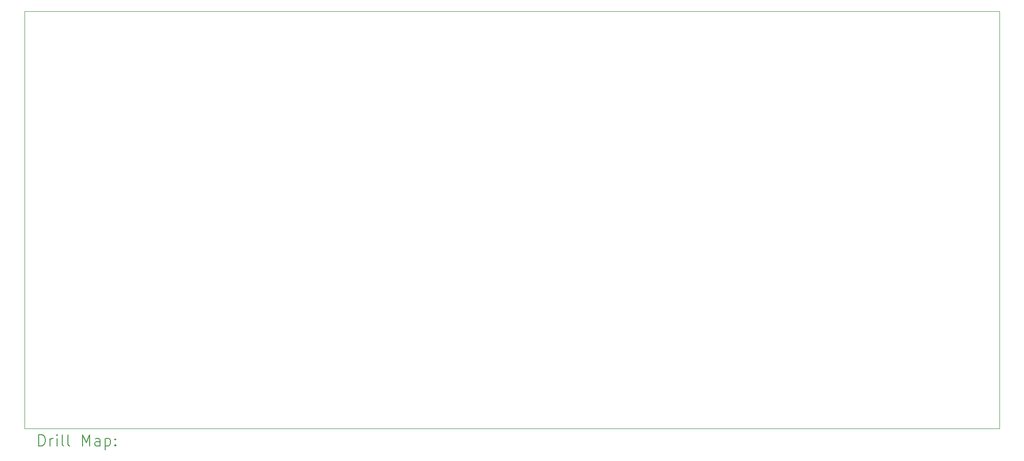
<source format=gbr>
%TF.GenerationSoftware,KiCad,Pcbnew,9.0.7*%
%TF.CreationDate,2026-01-25T12:08:53-05:00*%
%TF.ProjectId,MonitoringPSU,4d6f6e69-746f-4726-996e-675053552e6b,1.0*%
%TF.SameCoordinates,Original*%
%TF.FileFunction,Drillmap*%
%TF.FilePolarity,Positive*%
%FSLAX45Y45*%
G04 Gerber Fmt 4.5, Leading zero omitted, Abs format (unit mm)*
G04 Created by KiCad (PCBNEW 9.0.7) date 2026-01-25 12:08:53*
%MOMM*%
%LPD*%
G01*
G04 APERTURE LIST*
%ADD10C,0.050000*%
%ADD11C,0.200000*%
G04 APERTURE END LIST*
D10*
X4913000Y-4937000D02*
X22413000Y-4937000D01*
X22413000Y-12437000D01*
X4913000Y-12437000D01*
X4913000Y-4937000D01*
D11*
X5171277Y-12750984D02*
X5171277Y-12550984D01*
X5171277Y-12550984D02*
X5218896Y-12550984D01*
X5218896Y-12550984D02*
X5247467Y-12560508D01*
X5247467Y-12560508D02*
X5266515Y-12579555D01*
X5266515Y-12579555D02*
X5276039Y-12598603D01*
X5276039Y-12598603D02*
X5285563Y-12636698D01*
X5285563Y-12636698D02*
X5285563Y-12665269D01*
X5285563Y-12665269D02*
X5276039Y-12703365D01*
X5276039Y-12703365D02*
X5266515Y-12722412D01*
X5266515Y-12722412D02*
X5247467Y-12741460D01*
X5247467Y-12741460D02*
X5218896Y-12750984D01*
X5218896Y-12750984D02*
X5171277Y-12750984D01*
X5371277Y-12750984D02*
X5371277Y-12617650D01*
X5371277Y-12655746D02*
X5380801Y-12636698D01*
X5380801Y-12636698D02*
X5390324Y-12627174D01*
X5390324Y-12627174D02*
X5409372Y-12617650D01*
X5409372Y-12617650D02*
X5428420Y-12617650D01*
X5495086Y-12750984D02*
X5495086Y-12617650D01*
X5495086Y-12550984D02*
X5485563Y-12560508D01*
X5485563Y-12560508D02*
X5495086Y-12570031D01*
X5495086Y-12570031D02*
X5504610Y-12560508D01*
X5504610Y-12560508D02*
X5495086Y-12550984D01*
X5495086Y-12550984D02*
X5495086Y-12570031D01*
X5618896Y-12750984D02*
X5599848Y-12741460D01*
X5599848Y-12741460D02*
X5590324Y-12722412D01*
X5590324Y-12722412D02*
X5590324Y-12550984D01*
X5723658Y-12750984D02*
X5704610Y-12741460D01*
X5704610Y-12741460D02*
X5695086Y-12722412D01*
X5695086Y-12722412D02*
X5695086Y-12550984D01*
X5952229Y-12750984D02*
X5952229Y-12550984D01*
X5952229Y-12550984D02*
X6018896Y-12693841D01*
X6018896Y-12693841D02*
X6085562Y-12550984D01*
X6085562Y-12550984D02*
X6085562Y-12750984D01*
X6266515Y-12750984D02*
X6266515Y-12646222D01*
X6266515Y-12646222D02*
X6256991Y-12627174D01*
X6256991Y-12627174D02*
X6237943Y-12617650D01*
X6237943Y-12617650D02*
X6199848Y-12617650D01*
X6199848Y-12617650D02*
X6180801Y-12627174D01*
X6266515Y-12741460D02*
X6247467Y-12750984D01*
X6247467Y-12750984D02*
X6199848Y-12750984D01*
X6199848Y-12750984D02*
X6180801Y-12741460D01*
X6180801Y-12741460D02*
X6171277Y-12722412D01*
X6171277Y-12722412D02*
X6171277Y-12703365D01*
X6171277Y-12703365D02*
X6180801Y-12684317D01*
X6180801Y-12684317D02*
X6199848Y-12674793D01*
X6199848Y-12674793D02*
X6247467Y-12674793D01*
X6247467Y-12674793D02*
X6266515Y-12665269D01*
X6361753Y-12617650D02*
X6361753Y-12817650D01*
X6361753Y-12627174D02*
X6380801Y-12617650D01*
X6380801Y-12617650D02*
X6418896Y-12617650D01*
X6418896Y-12617650D02*
X6437943Y-12627174D01*
X6437943Y-12627174D02*
X6447467Y-12636698D01*
X6447467Y-12636698D02*
X6456991Y-12655746D01*
X6456991Y-12655746D02*
X6456991Y-12712888D01*
X6456991Y-12712888D02*
X6447467Y-12731936D01*
X6447467Y-12731936D02*
X6437943Y-12741460D01*
X6437943Y-12741460D02*
X6418896Y-12750984D01*
X6418896Y-12750984D02*
X6380801Y-12750984D01*
X6380801Y-12750984D02*
X6361753Y-12741460D01*
X6542705Y-12731936D02*
X6552229Y-12741460D01*
X6552229Y-12741460D02*
X6542705Y-12750984D01*
X6542705Y-12750984D02*
X6533182Y-12741460D01*
X6533182Y-12741460D02*
X6542705Y-12731936D01*
X6542705Y-12731936D02*
X6542705Y-12750984D01*
X6542705Y-12627174D02*
X6552229Y-12636698D01*
X6552229Y-12636698D02*
X6542705Y-12646222D01*
X6542705Y-12646222D02*
X6533182Y-12636698D01*
X6533182Y-12636698D02*
X6542705Y-12627174D01*
X6542705Y-12627174D02*
X6542705Y-12646222D01*
M02*

</source>
